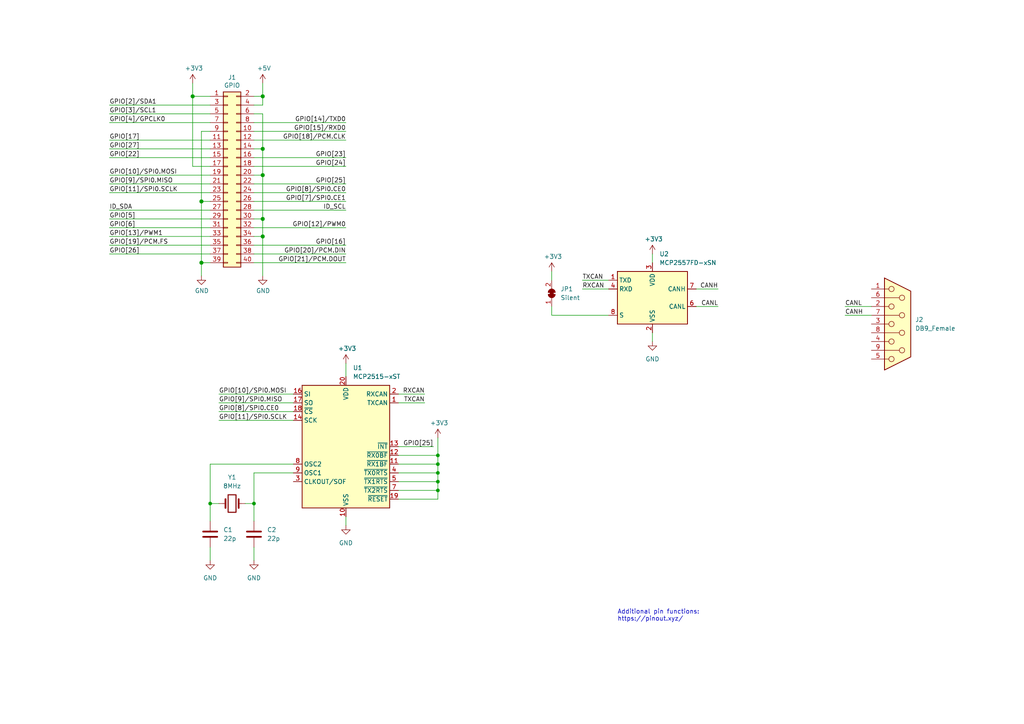
<source format=kicad_sch>
(kicad_sch (version 20211123) (generator eeschema)
  (paper "A4")
  (title_block (date "15 nov 2012"))
  (lib_symbols
    (symbol "Connector:DB9_Female" (pin_names (offset 1.016) hide)
      (property "Reference" "J" (at 0 13.97 0))
      (property "Value" "DB9_Female" (at 0 -14.605 0))
      (symbol "DB9_Female_0_1"
        (circle (center -1.778 -10.16) (radius 0.762))
        (circle (center -1.778 -5.08) (radius 0.762))
        (circle (center -1.778 0) (radius 0.762))
        (circle (center -1.778 5.08) (radius 0.762))
        (circle (center -1.778 10.16) (radius 0.762))
        (polyline (pts (xy -3.81 -10.16) (xy -2.54 -10.16)))
        (polyline (pts (xy -3.81 -7.62) (xy 0.508 -7.62)))
        (polyline (pts (xy -3.81 -5.08) (xy -2.54 -5.08)))
        (polyline (pts (xy -3.81 -2.54) (xy 0.508 -2.54)))
        (polyline (pts (xy -3.81 0) (xy -2.54 0)))
        (polyline (pts (xy -3.81 2.54) (xy 0.508 2.54)))
        (polyline (pts (xy -3.81 5.08) (xy -2.54 5.08)))
        (polyline (pts (xy -3.81 7.62) (xy 0.508 7.62)))
        (polyline (pts (xy -3.81 10.16) (xy -2.54 10.16)))
        (polyline (pts (xy -3.81 13.335) (xy -3.81 -13.335) (xy 3.81 -9.525) (xy 3.81 9.525) (xy -3.81 13.335)) (stroke (width 0.254)) (fill (type background)))
        (circle (center 1.27 -7.62) (radius 0.762))
        (circle (center 1.27 -2.54) (radius 0.762))
        (circle (center 1.27 2.54) (radius 0.762))
        (circle (center 1.27 7.62) (radius 0.762))
      )
      (symbol "DB9_Female_1_1"
        (pin passive line (at -7.62 10.16 0) (length 3.81) (name "1") (number "1"))
        (pin passive line (at -7.62 5.08 0) (length 3.81) (name "2") (number "2"))
        (pin passive line (at -7.62 0 0) (length 3.81) (name "3") (number "3"))
        (pin passive line (at -7.62 -5.08 0) (length 3.81) (name "4") (number "4"))
        (pin passive line (at -7.62 -10.16 0) (length 3.81) (name "5") (number "5"))
        (pin passive line (at -7.62 7.62 0) (length 3.81) (name "6") (number "6"))
        (pin passive line (at -7.62 2.54 0) (length 3.81) (name "7") (number "7"))
        (pin passive line (at -7.62 -2.54 0) (length 3.81) (name "8") (number "8"))
        (pin passive line (at -7.62 -7.62 0) (length 3.81) (name "9") (number "9"))
      )
    )
    (symbol "Connector_Generic:Conn_02x20_Odd_Even" (pin_names (offset 1.016) hide)
      (property "Reference" "J" (at 1.27 25.4 0))
      (property "Value" "Conn_02x20_Odd_Even" (at 1.27 -27.94 0))
      (symbol "Conn_02x20_Odd_Even_1_1"
        (rectangle (start -1.27 -25.273) (end 0 -25.527) (stroke (width 0.1524)))
        (rectangle (start -1.27 -22.733) (end 0 -22.987) (stroke (width 0.1524)))
        (rectangle (start -1.27 -20.193) (end 0 -20.447) (stroke (width 0.1524)))
        (rectangle (start -1.27 -17.653) (end 0 -17.907) (stroke (width 0.1524)))
        (rectangle (start -1.27 -15.113) (end 0 -15.367) (stroke (width 0.1524)))
        (rectangle (start -1.27 -12.573) (end 0 -12.827) (stroke (width 0.1524)))
        (rectangle (start -1.27 -10.033) (end 0 -10.287) (stroke (width 0.1524)))
        (rectangle (start -1.27 -7.493) (end 0 -7.747) (stroke (width 0.1524)))
        (rectangle (start -1.27 -4.953) (end 0 -5.207) (stroke (width 0.1524)))
        (rectangle (start -1.27 -2.413) (end 0 -2.667) (stroke (width 0.1524)))
        (rectangle (start -1.27 0.127) (end 0 -0.127) (stroke (width 0.1524)))
        (rectangle (start -1.27 2.667) (end 0 2.413) (stroke (width 0.1524)))
        (rectangle (start -1.27 5.207) (end 0 4.953) (stroke (width 0.1524)))
        (rectangle (start -1.27 7.747) (end 0 7.493) (stroke (width 0.1524)))
        (rectangle (start -1.27 10.287) (end 0 10.033) (stroke (width 0.1524)))
        (rectangle (start -1.27 12.827) (end 0 12.573) (stroke (width 0.1524)))
        (rectangle (start -1.27 15.367) (end 0 15.113) (stroke (width 0.1524)))
        (rectangle (start -1.27 17.907) (end 0 17.653) (stroke (width 0.1524)))
        (rectangle (start -1.27 20.447) (end 0 20.193) (stroke (width 0.1524)))
        (rectangle (start -1.27 22.987) (end 0 22.733) (stroke (width 0.1524)))
        (rectangle (start -1.27 24.13) (end 3.81 -26.67) (stroke (width 0.254)) (fill (type background)))
        (rectangle (start 3.81 -25.273) (end 2.54 -25.527) (stroke (width 0.1524)))
        (rectangle (start 3.81 -22.733) (end 2.54 -22.987) (stroke (width 0.1524)))
        (rectangle (start 3.81 -20.193) (end 2.54 -20.447) (stroke (width 0.1524)))
        (rectangle (start 3.81 -17.653) (end 2.54 -17.907) (stroke (width 0.1524)))
        (rectangle (start 3.81 -15.113) (end 2.54 -15.367) (stroke (width 0.1524)))
        (rectangle (start 3.81 -12.573) (end 2.54 -12.827) (stroke (width 0.1524)))
        (rectangle (start 3.81 -10.033) (end 2.54 -10.287) (stroke (width 0.1524)))
        (rectangle (start 3.81 -7.493) (end 2.54 -7.747) (stroke (width 0.1524)))
        (rectangle (start 3.81 -4.953) (end 2.54 -5.207) (stroke (width 0.1524)))
        (rectangle (start 3.81 -2.413) (end 2.54 -2.667) (stroke (width 0.1524)))
        (rectangle (start 3.81 0.127) (end 2.54 -0.127) (stroke (width 0.1524)))
        (rectangle (start 3.81 2.667) (end 2.54 2.413) (stroke (width 0.1524)))
        (rectangle (start 3.81 5.207) (end 2.54 4.953) (stroke (width 0.1524)))
        (rectangle (start 3.81 7.747) (end 2.54 7.493) (stroke (width 0.1524)))
        (rectangle (start 3.81 10.287) (end 2.54 10.033) (stroke (width 0.1524)))
        (rectangle (start 3.81 12.827) (end 2.54 12.573) (stroke (width 0.1524)))
        (rectangle (start 3.81 15.367) (end 2.54 15.113) (stroke (width 0.1524)))
        (rectangle (start 3.81 17.907) (end 2.54 17.653) (stroke (width 0.1524)))
        (rectangle (start 3.81 20.447) (end 2.54 20.193) (stroke (width 0.1524)))
        (rectangle (start 3.81 22.987) (end 2.54 22.733) (stroke (width 0.1524)))
        (pin passive line (at -5.08 22.86 0) (length 3.81) (name "Pin_1") (number "1"))
        (pin passive line (at 7.62 12.7 180) (length 3.81) (name "Pin_10") (number "10"))
        (pin passive line (at -5.08 10.16 0) (length 3.81) (name "Pin_11") (number "11"))
        (pin passive line (at 7.62 10.16 180) (length 3.81) (name "Pin_12") (number "12"))
        (pin passive line (at -5.08 7.62 0) (length 3.81) (name "Pin_13") (number "13"))
        (pin passive line (at 7.62 7.62 180) (length 3.81) (name "Pin_14") (number "14"))
        (pin passive line (at -5.08 5.08 0) (length 3.81) (name "Pin_15") (number "15"))
        (pin passive line (at 7.62 5.08 180) (length 3.81) (name "Pin_16") (number "16"))
        (pin passive line (at -5.08 2.54 0) (length 3.81) (name "Pin_17") (number "17"))
        (pin passive line (at 7.62 2.54 180) (length 3.81) (name "Pin_18") (number "18"))
        (pin passive line (at -5.08 0 0) (length 3.81) (name "Pin_19") (number "19"))
        (pin passive line (at 7.62 22.86 180) (length 3.81) (name "Pin_2") (number "2"))
        (pin passive line (at 7.62 0 180) (length 3.81) (name "Pin_20") (number "20"))
        (pin passive line (at -5.08 -2.54 0) (length 3.81) (name "Pin_21") (number "21"))
        (pin passive line (at 7.62 -2.54 180) (length 3.81) (name "Pin_22") (number "22"))
        (pin passive line (at -5.08 -5.08 0) (length 3.81) (name "Pin_23") (number "23"))
        (pin passive line (at 7.62 -5.08 180) (length 3.81) (name "Pin_24") (number "24"))
        (pin passive line (at -5.08 -7.62 0) (length 3.81) (name "Pin_25") (number "25"))
        (pin passive line (at 7.62 -7.62 180) (length 3.81) (name "Pin_26") (number "26"))
        (pin passive line (at -5.08 -10.16 0) (length 3.81) (name "Pin_27") (number "27"))
        (pin passive line (at 7.62 -10.16 180) (length 3.81) (name "Pin_28") (number "28"))
        (pin passive line (at -5.08 -12.7 0) (length 3.81) (name "Pin_29") (number "29"))
        (pin passive line (at -5.08 20.32 0) (length 3.81) (name "Pin_3") (number "3"))
        (pin passive line (at 7.62 -12.7 180) (length 3.81) (name "Pin_30") (number "30"))
        (pin passive line (at -5.08 -15.24 0) (length 3.81) (name "Pin_31") (number "31"))
        (pin passive line (at 7.62 -15.24 180) (length 3.81) (name "Pin_32") (number "32"))
        (pin passive line (at -5.08 -17.78 0) (length 3.81) (name "Pin_33") (number "33"))
        (pin passive line (at 7.62 -17.78 180) (length 3.81) (name "Pin_34") (number "34"))
        (pin passive line (at -5.08 -20.32 0) (length 3.81) (name "Pin_35") (number "35"))
        (pin passive line (at 7.62 -20.32 180) (length 3.81) (name "Pin_36") (number "36"))
        (pin passive line (at -5.08 -22.86 0) (length 3.81) (name "Pin_37") (number "37"))
        (pin passive line (at 7.62 -22.86 180) (length 3.81) (name "Pin_38") (number "38"))
        (pin passive line (at -5.08 -25.4 0) (length 3.81) (name "Pin_39") (number "39"))
        (pin passive line (at 7.62 20.32 180) (length 3.81) (name "Pin_4") (number "4"))
        (pin passive line (at 7.62 -25.4 180) (length 3.81) (name "Pin_40") (number "40"))
        (pin passive line (at -5.08 17.78 0) (length 3.81) (name "Pin_5") (number "5"))
        (pin passive line (at 7.62 17.78 180) (length 3.81) (name "Pin_6") (number "6"))
        (pin passive line (at -5.08 15.24 0) (length 3.81) (name "Pin_7") (number "7"))
        (pin passive line (at 7.62 15.24 180) (length 3.81) (name "Pin_8") (number "8"))
        (pin passive line (at -5.08 12.7 0) (length 3.81) (name "Pin_9") (number "9"))
      )
    )
    (symbol "Device:C" (pin_numbers hide) (pin_names (offset 0.254))
      (property "Reference" "C" (at 0.635 2.54 0))
      (property "Value" "C" (at 0.635 -2.54 0))
      (symbol "C_0_1"
        (polyline (pts (xy -2.032 -0.762) (xy 2.032 -0.762)) (stroke (width 0.508)))
        (polyline (pts (xy -2.032 0.762) (xy 2.032 0.762)) (stroke (width 0.508)))
      )
      (symbol "C_1_1"
        (pin passive line (at 0 3.81 270) (length 2.794) (name "~") (number "1"))
        (pin passive line (at 0 -3.81 90) (length 2.794) (name "~") (number "2"))
      )
    )
    (symbol "Device:Crystal" (pin_numbers hide) (pin_names (offset 1.016) hide)
      (property "Reference" "Y" (at 0 3.81 0))
      (property "Value" "Crystal" (at 0 -3.81 0))
      (symbol "Crystal_0_1"
        (rectangle (start -1.143 2.54) (end 1.143 -2.54) (stroke (width 0.3048)))
        (polyline (pts (xy -2.54 0) (xy -1.905 0)))
        (polyline (pts (xy -1.905 -1.27) (xy -1.905 1.27)) (stroke (width 0.508)))
        (polyline (pts (xy 1.905 -1.27) (xy 1.905 1.27)) (stroke (width 0.508)))
        (polyline (pts (xy 2.54 0) (xy 1.905 0)))
      )
      (symbol "Crystal_1_1"
        (pin passive line (at -3.81 0 0) (length 1.27) (name "1") (number "1"))
        (pin passive line (at 3.81 0 180) (length 1.27) (name "2") (number "2"))
      )
    )
    (symbol "Interface_CAN_LIN:MCP2515-xST"
      (property "Reference" "U" (at -10.16 19.685 0))
      (property "Value" "MCP2515-xST" (at 19.05 20.32 0))
      (symbol "MCP2515-xST_0_1"
        (rectangle (start -12.7 17.78) (end 12.7 -17.78) (stroke (width 0.254)) (fill (type background)))
      )
      (symbol "MCP2515-xST_1_1"
        (pin output line (at 15.24 12.7 180) (length 2.54) (name "TXCAN") (number "1"))
        (pin power_in line (at 0 -20.32 90) (length 2.54) (name "VSS") (number "10"))
        (pin output line (at 15.24 -5.08 180) (length 2.54) (name "~{RX1BF}") (number "11"))
        (pin output line (at 15.24 -2.54 180) (length 2.54) (name "~{RX0BF}") (number "12"))
        (pin output line (at 15.24 0 180) (length 2.54) (name "~{INT}") (number "13"))
        (pin input line (at -15.24 7.62 0) (length 2.54) (name "SCK") (number "14"))
        (pin no_connect line (at -12.7 -2.54 0) (length 2.54) hide (name "NC") (number "15"))
        (pin input line (at -15.24 15.24 0) (length 2.54) (name "SI") (number "16"))
        (pin output line (at -15.24 12.7 0) (length 2.54) (name "SO") (number "17"))
        (pin input line (at -15.24 10.16 0) (length 2.54) (name "~{CS}") (number "18"))
        (pin input line (at 15.24 -15.24 180) (length 2.54) (name "~{RESET}") (number "19"))
        (pin input line (at 15.24 15.24 180) (length 2.54) (name "RXCAN") (number "2"))
        (pin power_in line (at 0 20.32 270) (length 2.54) (name "VDD") (number "20"))
        (pin output line (at -15.24 -10.16 0) (length 2.54) (name "CLKOUT/SOF") (number "3"))
        (pin input line (at 15.24 -7.62 180) (length 2.54) (name "~{TX0RTS}") (number "4"))
        (pin input line (at 15.24 -10.16 180) (length 2.54) (name "~{TX1RTS}") (number "5"))
        (pin no_connect line (at -12.7 0 0) (length 2.54) hide (name "NC") (number "6"))
        (pin input line (at 15.24 -12.7 180) (length 2.54) (name "~{TX2RTS}") (number "7"))
        (pin output line (at -15.24 -5.08 0) (length 2.54) (name "OSC2") (number "8"))
        (pin input line (at -15.24 -7.62 0) (length 2.54) (name "OSC1") (number "9"))
      )
    )
    (symbol "Interface_CAN_LIN:MCP2557FD-xSN"
      (property "Reference" "U" (at -10.16 10.16 0))
      (property "Value" "MCP2557FD-xSN" (at 2.54 10.16 0))
      (symbol "MCP2557FD-xSN_0_1"
        (rectangle (start -10.16 7.62) (end 10.16 -7.62) (stroke (width 0.254)) (fill (type background)))
      )
      (symbol "MCP2557FD-xSN_1_1"
        (pin input line (at -12.7 5.08 0) (length 2.54) (name "TXD") (number "1"))
        (pin power_in line (at 0 -10.16 90) (length 2.54) (name "VSS") (number "2"))
        (pin power_in line (at 0 10.16 270) (length 2.54) (name "VDD") (number "3"))
        (pin output line (at -12.7 2.54 0) (length 2.54) (name "RXD") (number "4"))
        (pin no_connect line (at -12.7 -2.54 0) (length 2.54) hide (name "NC") (number "5"))
        (pin bidirectional line (at 12.7 -2.54 180) (length 2.54) (name "CANL") (number "6"))
        (pin bidirectional line (at 12.7 2.54 180) (length 2.54) (name "CANH") (number "7"))
        (pin input line (at -12.7 -5.08 0) (length 2.54) (name "S") (number "8"))
      )
    )
    (symbol "Jumper:SolderJumper_2_Bridged" (pin_names (offset 0) hide)
      (property "Reference" "JP" (at 0 2.032 0))
      (property "Value" "SolderJumper_2_Bridged" (at 0 -2.54 0))
      (symbol "SolderJumper_2_Bridged_0_1"
        (rectangle (start -0.508 0.508) (end 0.508 -0.508) (fill (type outline)))
        (arc (start -0.254 1.016) (mid -1.27 0) (end -0.254 -1.016))
        (arc (start -0.254 1.016) (mid -1.27 0) (end -0.254 -1.016) (fill (type outline)))
        (polyline (pts (xy -0.254 1.016) (xy -0.254 -1.016)))
        (polyline (pts (xy 0.254 1.016) (xy 0.254 -1.016)))
        (arc (start 0.254 -1.016) (mid 1.27 0) (end 0.254 1.016))
        (arc (start 0.254 -1.016) (mid 1.27 0) (end 0.254 1.016) (fill (type outline)))
      )
      (symbol "SolderJumper_2_Bridged_1_1"
        (pin passive line (at -3.81 0 0) (length 2.54) (name "A") (number "1"))
        (pin passive line (at 3.81 0 180) (length 2.54) (name "B") (number "2"))
      )
    )
    (symbol "power:+3.3V" (power) (pin_names (offset 0))
      (property "Value" "+3.3V" (at 0 3.556 0))
      (symbol "+3.3V_0_1"
        (polyline (pts (xy -0.762 1.27) (xy 0 2.54)))
        (polyline (pts (xy 0 0) (xy 0 2.54)))
        (polyline (pts (xy 0 2.54) (xy 0.762 1.27)))
      )
      (symbol "+3.3V_1_1"
        (pin power_in line (at 0 0 90) (length 0) hide (name "+3V3") (number "1"))
      )
    )
    (symbol "power:+5V" (power) (pin_names (offset 0))
      (property "Value" "+5V" (at 0 3.556 0))
      (symbol "+5V_0_1"
        (polyline (pts (xy -0.762 1.27) (xy 0 2.54)))
        (polyline (pts (xy 0 0) (xy 0 2.54)))
        (polyline (pts (xy 0 2.54) (xy 0.762 1.27)))
      )
      (symbol "+5V_1_1"
        (pin power_in line (at 0 0 90) (length 0) hide (name "+5V") (number "1"))
      )
    )
    (symbol "power:GND" (power) (pin_names (offset 0))
      (property "Value" "GND" (at 0 -3.81 0))
      (symbol "GND_0_1"
        (polyline (pts (xy 0 0) (xy 0 -1.27) (xy 1.27 -1.27) (xy 0 -2.54) (xy -1.27 -1.27) (xy 0 -1.27)))
      )
      (symbol "GND_1_1"
        (pin power_in line (at 0 0 270) (length 0) hide (name "GND") (number "1"))
      )
    )
  )
  (junction (at 127 134.62))
  (junction (at 76.2 27.94) (diameter 1.016))
  (junction (at 127 132.08))
  (junction (at 76.2 43.18) (diameter 1.016))
  (junction (at 60.96 146.05))
  (junction (at 127 142.24))
  (junction (at 58.42 76.2) (diameter 1.016))
  (junction (at 58.42 58.42) (diameter 1.016))
  (junction (at 76.2 68.58) (diameter 1.016))
  (junction (at 127 139.7))
  (junction (at 127 137.16))
  (junction (at 76.2 63.5) (diameter 1.016))
  (junction (at 73.66 146.05))
  (junction (at 76.2 50.8) (diameter 1.016))
  (junction (at 55.88 27.94) (diameter 1.016))
  (wire (pts (xy 58.42 58.42) (xy 58.42 76.2)))
  (wire (pts (xy 73.66 58.42) (xy 100.33 58.42)))
  (wire (pts (xy 115.57 142.24) (xy 127 142.24)))
  (wire (pts (xy 115.57 144.78) (xy 127 144.78)))
  (wire (pts (xy 115.57 134.62) (xy 127 134.62)))
  (wire (pts (xy 60.96 40.64) (xy 31.75 40.64)))
  (wire (pts (xy 127 137.16) (xy 127 139.7)))
  (wire (pts (xy 76.2 33.02) (xy 76.2 43.18)))
  (wire (pts (xy 60.96 134.62) (xy 60.96 146.05)))
  (wire (pts (xy 76.2 50.8) (xy 73.66 50.8)))
  (wire (pts (xy 160.02 91.44) (xy 176.53 91.44)))
  (wire (pts (xy 63.5 114.3) (xy 85.09 114.3)))
  (wire (pts (xy 76.2 63.5) (xy 76.2 68.58)))
  (wire (pts (xy 127 139.7) (xy 127 142.24)))
  (wire (pts (xy 127 132.08) (xy 127 134.62)))
  (wire (pts (xy 76.2 50.8) (xy 76.2 63.5)))
  (wire (pts (xy 73.66 35.56) (xy 100.33 35.56)))
  (wire (pts (xy 58.42 38.1) (xy 58.42 58.42)))
  (wire (pts (xy 201.93 88.9) (xy 208.28 88.9)))
  (wire (pts (xy 160.02 88.9) (xy 160.02 91.44)))
  (wire (pts (xy 58.42 38.1) (xy 60.96 38.1)))
  (wire (pts (xy 73.66 55.88) (xy 100.33 55.88)))
  (wire (pts (xy 63.5 119.38) (xy 85.09 119.38)))
  (wire (pts (xy 60.96 60.96) (xy 31.75 60.96)))
  (wire (pts (xy 31.75 63.5) (xy 60.96 63.5)))
  (wire (pts (xy 60.96 158.75) (xy 60.96 162.56)))
  (wire (pts (xy 58.42 58.42) (xy 60.96 58.42)))
  (wire (pts (xy 73.66 158.75) (xy 73.66 162.56)))
  (wire (pts (xy 115.57 139.7) (xy 127 139.7)))
  (wire (pts (xy 73.66 45.72) (xy 100.33 45.72)))
  (wire (pts (xy 115.57 132.08) (xy 127 132.08)))
  (wire (pts (xy 127 134.62) (xy 127 137.16)))
  (wire (pts (xy 73.66 76.2) (xy 100.33 76.2)))
  (wire (pts (xy 58.42 76.2) (xy 58.42 80.01)))
  (wire (pts (xy 31.75 43.18) (xy 60.96 43.18)))
  (wire (pts (xy 55.88 24.13) (xy 55.88 27.94)))
  (wire (pts (xy 76.2 68.58) (xy 73.66 68.58)))
  (wire (pts (xy 245.11 88.9) (xy 252.73 88.9)))
  (wire (pts (xy 31.75 33.02) (xy 60.96 33.02)))
  (wire (pts (xy 115.57 137.16) (xy 127 137.16)))
  (wire (pts (xy 115.57 114.3) (xy 123.19 114.3)))
  (wire (pts (xy 31.75 55.88) (xy 60.96 55.88)))
  (wire (pts (xy 127 142.24) (xy 127 144.78)))
  (wire (pts (xy 55.88 48.26) (xy 60.96 48.26)))
  (wire (pts (xy 100.33 149.86) (xy 100.33 152.4)))
  (wire (pts (xy 60.96 30.48) (xy 31.75 30.48)))
  (wire (pts (xy 76.2 27.94) (xy 76.2 30.48)))
  (wire (pts (xy 76.2 43.18) (xy 76.2 50.8)))
  (wire (pts (xy 73.66 40.64) (xy 100.33 40.64)))
  (wire (pts (xy 168.91 81.28) (xy 176.53 81.28)))
  (wire (pts (xy 76.2 43.18) (xy 73.66 43.18)))
  (wire (pts (xy 63.5 121.92) (xy 85.09 121.92)))
  (wire (pts (xy 76.2 24.13) (xy 76.2 27.94)))
  (wire (pts (xy 31.75 35.56) (xy 60.96 35.56)))
  (wire (pts (xy 76.2 27.94) (xy 73.66 27.94)))
  (wire (pts (xy 55.88 27.94) (xy 55.88 48.26)))
  (wire (pts (xy 73.66 48.26) (xy 100.33 48.26)))
  (wire (pts (xy 73.66 38.1) (xy 100.33 38.1)))
  (wire (pts (xy 245.11 91.44) (xy 252.73 91.44)))
  (wire (pts (xy 31.75 45.72) (xy 60.96 45.72)))
  (wire (pts (xy 189.23 96.52) (xy 189.23 99.06)))
  (wire (pts (xy 31.75 53.34) (xy 60.96 53.34)))
  (wire (pts (xy 73.66 137.16) (xy 73.66 146.05)))
  (wire (pts (xy 31.75 66.04) (xy 60.96 66.04)))
  (wire (pts (xy 160.02 78.74) (xy 160.02 81.28)))
  (wire (pts (xy 115.57 129.54) (xy 125.73 129.54)))
  (wire (pts (xy 76.2 30.48) (xy 73.66 30.48)))
  (wire (pts (xy 189.23 73.66) (xy 189.23 76.2)))
  (wire (pts (xy 168.91 83.82) (xy 176.53 83.82)))
  (wire (pts (xy 31.75 71.12) (xy 60.96 71.12)))
  (wire (pts (xy 73.66 71.12) (xy 100.33 71.12)))
  (wire (pts (xy 127 127) (xy 127 132.08)))
  (wire (pts (xy 60.96 151.13) (xy 60.96 146.05)))
  (wire (pts (xy 73.66 66.04) (xy 100.33 66.04)))
  (wire (pts (xy 201.93 83.82) (xy 208.28 83.82)))
  (wire (pts (xy 58.42 76.2) (xy 60.96 76.2)))
  (wire (pts (xy 73.66 73.66) (xy 100.33 73.66)))
  (wire (pts (xy 76.2 33.02) (xy 73.66 33.02)))
  (wire (pts (xy 63.5 116.84) (xy 85.09 116.84)))
  (wire (pts (xy 31.75 73.66) (xy 60.96 73.66)))
  (wire (pts (xy 60.96 146.05) (xy 63.5 146.05)))
  (wire (pts (xy 85.09 134.62) (xy 60.96 134.62)))
  (wire (pts (xy 71.12 146.05) (xy 73.66 146.05)))
  (wire (pts (xy 76.2 68.58) (xy 76.2 80.01)))
  (wire (pts (xy 73.66 53.34) (xy 100.33 53.34)))
  (wire (pts (xy 60.96 68.58) (xy 31.75 68.58)))
  (wire (pts (xy 85.09 137.16) (xy 73.66 137.16)))
  (wire (pts (xy 76.2 63.5) (xy 73.66 63.5)))
  (wire (pts (xy 55.88 27.94) (xy 60.96 27.94)))
  (wire (pts (xy 115.57 116.84) (xy 123.19 116.84)))
  (wire (pts (xy 100.33 105.41) (xy 100.33 109.22)))
  (wire (pts (xy 60.96 50.8) (xy 31.75 50.8)))
  (wire (pts (xy 73.66 60.96) (xy 100.33 60.96)))
  (wire (pts (xy 73.66 146.05) (xy 73.66 151.13)))
  (text "Additional pin functions:\nhttps://pinout.xyz/" (at 179.07 180.34 0) (effects (font (size 1.27 1.27)) (justify left bottom)))
  (label "ID_SDA" (at 31.75 60.96 0))
  (label "GPIO[6]" (at 31.75 66.04 0))
  (label "CANH" (at 245.11 91.44 0))
  (label "CANL" (at 208.28 88.9 180))
  (label "ID_SCL" (at 100.33 60.96 180))
  (label "GPIO[5]" (at 31.75 63.5 0))
  (label "GPIO[21]{slash}PCM.DOUT" (at 100.33 76.2 180))
  (label "GPIO[19]{slash}PCM.FS" (at 31.75 71.12 0))
  (label "CANH" (at 208.28 83.82 180))
  (label "GPIO[10]{slash}SPI0.MOSI" (at 31.75 50.8 0))
  (label "GPIO[9]{slash}SPI0.MISO" (at 31.75 53.34 0))
  (label "GPIO[9]{slash}SPI0.MISO" (at 63.5 116.84 0))
  (label "GPIO[23]" (at 100.33 45.72 180))
  (label "GPIO[4]{slash}GPCLK0" (at 31.75 35.56 0))
  (label "GPIO[27]" (at 31.75 43.18 0))
  (label "TXCAN" (at 168.91 81.28 0))
  (label "GPIO[26]" (at 31.75 73.66 0))
  (label "GPIO[14]{slash}TXD0" (at 100.33 35.56 180))
  (label "GPIO[8]{slash}SPI0.CE0" (at 100.33 55.88 180))
  (label "GPIO[15]{slash}RXD0" (at 100.33 38.1 180))
  (label "RXCAN" (at 168.91 83.82 0))
  (label "RXCAN" (at 123.19 114.3 180))
  (label "GPIO[16]" (at 100.33 71.12 180))
  (label "GPIO[25]" (at 125.73 129.54 180))
  (label "GPIO[22]" (at 31.75 45.72 0))
  (label "GPIO[11]{slash}SPI0.SCLK" (at 63.5 121.92 0))
  (label "GPIO[2]{slash}SDA1" (at 31.75 30.48 0))
  (label "GPIO[17]" (at 31.75 40.64 0))
  (label "GPIO[10]{slash}SPI0.MOSI" (at 63.5 114.3 0))
  (label "GPIO[25]" (at 100.33 53.34 180))
  (label "GPIO[3]{slash}SCL1" (at 31.75 33.02 0))
  (label "GPIO[18]{slash}PCM.CLK" (at 100.33 40.64 180))
  (label "GPIO[12]{slash}PWM0" (at 100.33 66.04 180))
  (label "GPIO[13]{slash}PWM1" (at 31.75 68.58 0))
  (label "GPIO[20]{slash}PCM.DIN" (at 100.33 73.66 180))
  (label "GPIO[24]" (at 100.33 48.26 180))
  (label "GPIO[7]{slash}SPI0.CE1" (at 100.33 58.42 180))
  (label "TXCAN" (at 123.19 116.84 180))
  (label "CANL" (at 245.11 88.9 0))
  (label "GPIO[11]{slash}SPI0.SCLK" (at 31.75 55.88 0))
  (label "GPIO[8]{slash}SPI0.CE0" (at 63.5 119.38 0))
  (symbol (lib_id "power:+5V") (at 76.2 24.13 0) (unit 1)
    (property "Reference" "#PWR01" (effects hide))
    (property "Value" "+5V" (at 76.5683 19.8056 0))
  )
  (symbol (lib_id "power:+3.3V") (at 55.88 24.13 0) (unit 1)
    (property "Reference" "#PWR04" (effects hide))
    (property "Value" "+3.3V" (at 56.2483 19.8056 0))
  )
  (symbol (lib_id "power:GND") (at 76.2 80.01 0) (unit 1)
    (property "Reference" "#PWR02" (effects hide))
    (property "Value" "GND" (at 76.3143 84.3344 0))
  )
  (symbol (lib_id "power:GND") (at 58.42 80.01 0) (unit 1)
    (property "Reference" "#PWR03" (effects hide))
    (property "Value" "GND" (at 58.5343 84.3344 0))
  )
  (symbol (lib_id "Connector_Generic:Conn_02x20_Odd_Even") (at 66.04 50.8 0) (unit 1)
    (property "Reference" "J1" (at 67.31 22.4598 0))
    (property "Value" "GPIO" (at 67.31 24.765 0))
    (property "Footprint" "Connector_PinSocket_2.54mm:PinSocket_2x20_P2.54mm_Vertical" (effects hide))
  )
  (symbol (lib_id "power:+3.3V") (at 189.23 73.66 0) (unit 1)
    (property "Reference" "#PWR0102" (effects hide))
    (property "Value" "+3.3V" (at 189.5983 69.3356 0))
  )
  (symbol (lib_id "Interface_CAN_LIN:MCP2515-xST") (at 100.33 129.54 0) (unit 1)
    (property "Reference" "U1" (at 102.3494 106.68 0) (effects (justify left)))
    (property "Value" "MCP2515-xST" (at 102.3494 109.22 0) (effects (justify left)))
    (property "Footprint" "Package_SO:TSSOP-20_4.4x6.5mm_P0.65mm" (effects hide))
    (property "Datasheet" "http://ww1.microchip.com/downloads/en/DeviceDoc/21801e.pdf" (effects hide))
  )
  (symbol (lib_id "power:GND") (at 100.33 152.4 0) (unit 1)
    (property "Reference" "#PWR08" (effects hide))
    (property "Value" "GND" (at 100.33 157.48 0))
  )
  (symbol (lib_id "Device:C") (at 73.66 154.94 0) (unit 1)
    (property "Reference" "C2" (at 77.47 153.6699 0) (effects (justify left)))
    (property "Value" "22p" (at 77.47 156.2099 0) (effects (justify left)))
    (property "Footprint" "Capacitor_SMD:C_0805_2012Metric" (effects hide))
  )
  (symbol (lib_id "power:+3.3V") (at 100.33 105.41 0) (unit 1)
    (property "Reference" "#PWR0101" (effects hide))
    (property "Value" "+3.3V" (at 100.6983 101.0856 0))
  )
  (symbol (lib_id "Device:Crystal") (at 67.31 146.05 0) (unit 1)
    (property "Reference" "Y1" (at 67.31 138.43 0))
    (property "Value" "8MHz" (at 67.31 140.97 0))
    (property "Footprint" "Crystal:Crystal_C26-LF_D2.1mm_L6.5mm_Vertical" (effects hide))
  )
  (symbol (lib_id "Device:C") (at 60.96 154.94 0) (unit 1)
    (property "Reference" "C1" (at 64.77 153.6699 0) (effects (justify left)))
    (property "Value" "22p" (at 64.77 156.2099 0) (effects (justify left)))
    (property "Footprint" "Capacitor_SMD:C_0805_2012Metric" (effects hide))
  )
  (symbol (lib_id "power:GND") (at 189.23 99.06 0) (unit 1)
    (property "Reference" "#PWR012" (effects hide))
    (property "Value" "GND" (at 189.23 104.14 0))
  )
  (symbol (lib_id "power:GND") (at 60.96 162.56 0) (unit 1)
    (property "Reference" "#PWR05" (effects hide))
    (property "Value" "GND" (at 60.96 167.64 0))
  )
  (symbol (lib_id "Connector:DB9_Female") (at 260.35 93.98 0) (unit 1)
    (property "Reference" "J2" (at 265.43 92.7099 0) (effects (justify left)))
    (property "Value" "DB9_Female" (at 265.43 95.2499 0) (effects (justify left)))
    (property "Footprint" "Connector_Dsub:DSUB-9_Female_Horizontal_P2.77x2.84mm_EdgePinOffset4.94mm_Housed_MountingHolesOffset7.48mm" (effects hide))
    (property "Datasheet" " ~" (effects hide))
  )
  (symbol (lib_id "Jumper:SolderJumper_2_Bridged") (at 160.02 85.09 90) (unit 1)
    (property "Reference" "JP1" (at 162.56 83.8199 90) (effects (justify right)))
    (property "Value" "Silent" (at 162.56 86.3599 90) (effects (justify right)))
    (property "Footprint" "Jumper:SolderJumper-2_P1.3mm_Bridged2Bar_Pad1.0x1.5mm" (effects hide))
  )
  (symbol (lib_id "power:+3.3V") (at 127 127 0) (unit 1)
    (property "Reference" "#PWR0103" (effects hide))
    (property "Value" "+3.3V" (at 127.3683 122.6756 0))
  )
  (symbol (lib_id "power:GND") (at 73.66 162.56 0) (unit 1)
    (property "Reference" "#PWR06" (effects hide))
    (property "Value" "GND" (at 73.66 167.64 0))
  )
  (symbol (lib_id "power:+3.3V") (at 160.02 78.74 0) (unit 1)
    (property "Reference" "#PWR0104" (effects hide))
    (property "Value" "+3.3V" (at 160.3883 74.4156 0))
  )
  (symbol (lib_id "Interface_CAN_LIN:MCP2557FD-xSN") (at 189.23 86.36 0) (unit 1)
    (property "Reference" "U2" (at 191.2494 73.66 0) (effects (justify left)))
    (property "Value" "MCP2557FD-xSN" (at 191.2494 76.2 0) (effects (justify left)))
    (property "Footprint" "Package_SO:SOIC-8_3.9x4.9mm_P1.27mm" (effects hide))
    (property "Datasheet" "https://ww1.microchip.com/downloads/en/DeviceDoc/20005533A.pdf" (effects hide))
  )
)
</source>
